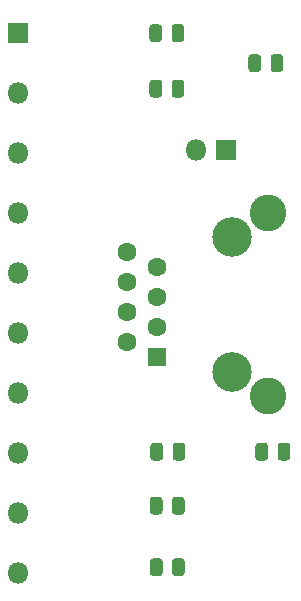
<source format=gts>
%TF.GenerationSoftware,KiCad,Pcbnew,(5.1.6)-1*%
%TF.CreationDate,2020-07-09T15:12:24-03:00*%
%TF.ProjectId,driver-breakout-module,64726976-6572-42d6-9272-65616b6f7574,rev?*%
%TF.SameCoordinates,Original*%
%TF.FileFunction,Soldermask,Top*%
%TF.FilePolarity,Negative*%
%FSLAX46Y46*%
G04 Gerber Fmt 4.6, Leading zero omitted, Abs format (unit mm)*
G04 Created by KiCad (PCBNEW (5.1.6)-1) date 2020-07-09 15:12:24*
%MOMM*%
%LPD*%
G01*
G04 APERTURE LIST*
%ADD10C,3.350000*%
%ADD11C,3.100000*%
%ADD12C,1.600000*%
%ADD13R,1.600000X1.600000*%
%ADD14R,1.800000X1.800000*%
%ADD15O,1.800000X1.800000*%
G04 APERTURE END LIST*
%TO.C,R1*%
G36*
G01*
X140794000Y-118263750D02*
X140794000Y-119226250D01*
G75*
G02*
X140525250Y-119495000I-268750J0D01*
G01*
X139987750Y-119495000D01*
G75*
G02*
X139719000Y-119226250I0J268750D01*
G01*
X139719000Y-118263750D01*
G75*
G02*
X139987750Y-117995000I268750J0D01*
G01*
X140525250Y-117995000D01*
G75*
G02*
X140794000Y-118263750I0J-268750D01*
G01*
G37*
G36*
G01*
X138919000Y-118263750D02*
X138919000Y-119226250D01*
G75*
G02*
X138650250Y-119495000I-268750J0D01*
G01*
X138112750Y-119495000D01*
G75*
G02*
X137844000Y-119226250I0J268750D01*
G01*
X137844000Y-118263750D01*
G75*
G02*
X138112750Y-117995000I268750J0D01*
G01*
X138650250Y-117995000D01*
G75*
G02*
X138919000Y-118263750I0J-268750D01*
G01*
G37*
%TD*%
%TO.C,D1*%
G36*
G01*
X149684000Y-118263750D02*
X149684000Y-119226250D01*
G75*
G02*
X149415250Y-119495000I-268750J0D01*
G01*
X148877750Y-119495000D01*
G75*
G02*
X148609000Y-119226250I0J268750D01*
G01*
X148609000Y-118263750D01*
G75*
G02*
X148877750Y-117995000I268750J0D01*
G01*
X149415250Y-117995000D01*
G75*
G02*
X149684000Y-118263750I0J-268750D01*
G01*
G37*
G36*
G01*
X147809000Y-118263750D02*
X147809000Y-119226250D01*
G75*
G02*
X147540250Y-119495000I-268750J0D01*
G01*
X147002750Y-119495000D01*
G75*
G02*
X146734000Y-119226250I0J268750D01*
G01*
X146734000Y-118263750D01*
G75*
G02*
X147002750Y-117995000I268750J0D01*
G01*
X147540250Y-117995000D01*
G75*
G02*
X147809000Y-118263750I0J-268750D01*
G01*
G37*
%TD*%
D10*
%TO.C,J1*%
X144780000Y-100584000D03*
D11*
X147830000Y-98529000D03*
D10*
X144780000Y-112014000D03*
D12*
X138430000Y-108204000D03*
X138430000Y-105664000D03*
X135890000Y-106934000D03*
X138430000Y-103124000D03*
D13*
X138430000Y-110744000D03*
D12*
X135890000Y-109474000D03*
D11*
X147830000Y-114069000D03*
D12*
X135890000Y-101854000D03*
X135890000Y-104394000D03*
%TD*%
D14*
%TO.C,JP1*%
X144272000Y-93218000D03*
D15*
X141732000Y-93218000D03*
%TD*%
D14*
%TO.C,J2*%
X126619000Y-83312000D03*
D15*
X126619000Y-88392000D03*
X126619000Y-93472000D03*
X126619000Y-98552000D03*
X126619000Y-103632000D03*
X126619000Y-108712000D03*
X126619000Y-113792000D03*
X126619000Y-118872000D03*
X126619000Y-123952000D03*
X126619000Y-129032000D03*
%TD*%
%TO.C,R2*%
G36*
G01*
X137765000Y-83793250D02*
X137765000Y-82830750D01*
G75*
G02*
X138033750Y-82562000I268750J0D01*
G01*
X138571250Y-82562000D01*
G75*
G02*
X138840000Y-82830750I0J-268750D01*
G01*
X138840000Y-83793250D01*
G75*
G02*
X138571250Y-84062000I-268750J0D01*
G01*
X138033750Y-84062000D01*
G75*
G02*
X137765000Y-83793250I0J268750D01*
G01*
G37*
G36*
G01*
X139640000Y-83793250D02*
X139640000Y-82830750D01*
G75*
G02*
X139908750Y-82562000I268750J0D01*
G01*
X140446250Y-82562000D01*
G75*
G02*
X140715000Y-82830750I0J-268750D01*
G01*
X140715000Y-83793250D01*
G75*
G02*
X140446250Y-84062000I-268750J0D01*
G01*
X139908750Y-84062000D01*
G75*
G02*
X139640000Y-83793250I0J268750D01*
G01*
G37*
%TD*%
%TO.C,R3*%
G36*
G01*
X148022000Y-86333250D02*
X148022000Y-85370750D01*
G75*
G02*
X148290750Y-85102000I268750J0D01*
G01*
X148828250Y-85102000D01*
G75*
G02*
X149097000Y-85370750I0J-268750D01*
G01*
X149097000Y-86333250D01*
G75*
G02*
X148828250Y-86602000I-268750J0D01*
G01*
X148290750Y-86602000D01*
G75*
G02*
X148022000Y-86333250I0J268750D01*
G01*
G37*
G36*
G01*
X146147000Y-86333250D02*
X146147000Y-85370750D01*
G75*
G02*
X146415750Y-85102000I268750J0D01*
G01*
X146953250Y-85102000D01*
G75*
G02*
X147222000Y-85370750I0J-268750D01*
G01*
X147222000Y-86333250D01*
G75*
G02*
X146953250Y-86602000I-268750J0D01*
G01*
X146415750Y-86602000D01*
G75*
G02*
X146147000Y-86333250I0J268750D01*
G01*
G37*
%TD*%
%TO.C,R4*%
G36*
G01*
X137765000Y-88492250D02*
X137765000Y-87529750D01*
G75*
G02*
X138033750Y-87261000I268750J0D01*
G01*
X138571250Y-87261000D01*
G75*
G02*
X138840000Y-87529750I0J-268750D01*
G01*
X138840000Y-88492250D01*
G75*
G02*
X138571250Y-88761000I-268750J0D01*
G01*
X138033750Y-88761000D01*
G75*
G02*
X137765000Y-88492250I0J268750D01*
G01*
G37*
G36*
G01*
X139640000Y-88492250D02*
X139640000Y-87529750D01*
G75*
G02*
X139908750Y-87261000I268750J0D01*
G01*
X140446250Y-87261000D01*
G75*
G02*
X140715000Y-87529750I0J-268750D01*
G01*
X140715000Y-88492250D01*
G75*
G02*
X140446250Y-88761000I-268750J0D01*
G01*
X139908750Y-88761000D01*
G75*
G02*
X139640000Y-88492250I0J268750D01*
G01*
G37*
%TD*%
%TO.C,R5*%
G36*
G01*
X137795000Y-123798250D02*
X137795000Y-122835750D01*
G75*
G02*
X138063750Y-122567000I268750J0D01*
G01*
X138601250Y-122567000D01*
G75*
G02*
X138870000Y-122835750I0J-268750D01*
G01*
X138870000Y-123798250D01*
G75*
G02*
X138601250Y-124067000I-268750J0D01*
G01*
X138063750Y-124067000D01*
G75*
G02*
X137795000Y-123798250I0J268750D01*
G01*
G37*
G36*
G01*
X139670000Y-123798250D02*
X139670000Y-122835750D01*
G75*
G02*
X139938750Y-122567000I268750J0D01*
G01*
X140476250Y-122567000D01*
G75*
G02*
X140745000Y-122835750I0J-268750D01*
G01*
X140745000Y-123798250D01*
G75*
G02*
X140476250Y-124067000I-268750J0D01*
G01*
X139938750Y-124067000D01*
G75*
G02*
X139670000Y-123798250I0J268750D01*
G01*
G37*
%TD*%
%TO.C,R6*%
G36*
G01*
X139670000Y-129005250D02*
X139670000Y-128042750D01*
G75*
G02*
X139938750Y-127774000I268750J0D01*
G01*
X140476250Y-127774000D01*
G75*
G02*
X140745000Y-128042750I0J-268750D01*
G01*
X140745000Y-129005250D01*
G75*
G02*
X140476250Y-129274000I-268750J0D01*
G01*
X139938750Y-129274000D01*
G75*
G02*
X139670000Y-129005250I0J268750D01*
G01*
G37*
G36*
G01*
X137795000Y-129005250D02*
X137795000Y-128042750D01*
G75*
G02*
X138063750Y-127774000I268750J0D01*
G01*
X138601250Y-127774000D01*
G75*
G02*
X138870000Y-128042750I0J-268750D01*
G01*
X138870000Y-129005250D01*
G75*
G02*
X138601250Y-129274000I-268750J0D01*
G01*
X138063750Y-129274000D01*
G75*
G02*
X137795000Y-129005250I0J268750D01*
G01*
G37*
%TD*%
M02*

</source>
